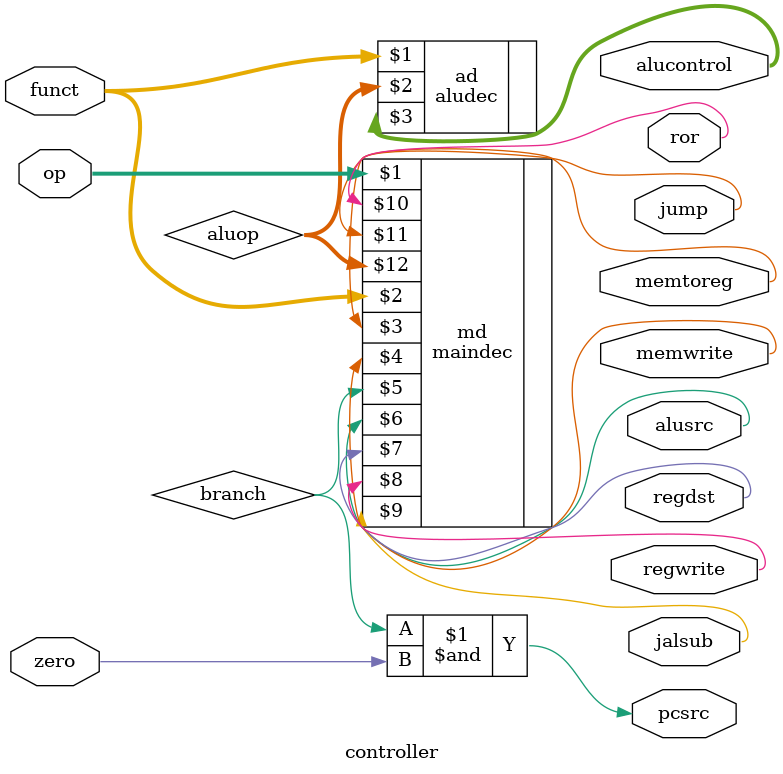
<source format=sv>
`timescale 1ns / 1ps


module controller(input  logic[5:0] op, funct,
                  input  logic     zero,
                  output logic     memtoreg, memwrite,
                  output logic     pcsrc, alusrc,
                  output logic     regdst, regwrite,
                  output logic     jump, 
                  output logic     jalsub, ror,
                  output logic[2:0] alucontrol);

   logic [1:0] aluop;
   logic       branch;

   maindec md (op, funct, memtoreg, memwrite, branch, alusrc, regdst, regwrite,  jalsub, ror, jump,  aluop);

   aludec  ad (funct, aluop, alucontrol);

   assign pcsrc = branch & zero;

endmodule
</source>
